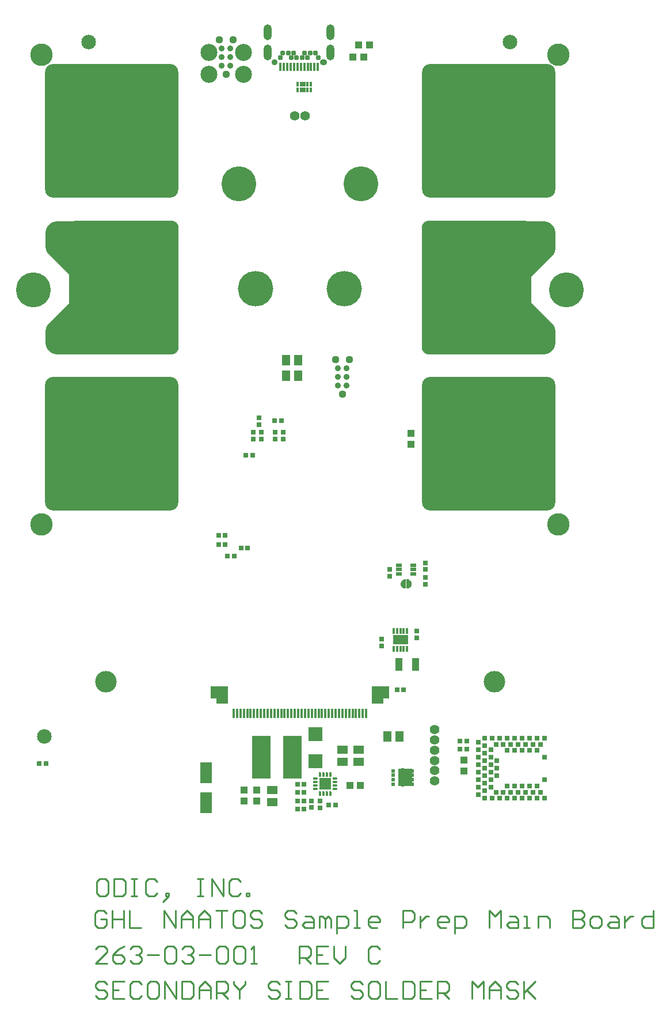
<source format=gbs>
G04*
G04 #@! TF.GenerationSoftware,Altium Limited,Altium Designer,24.9.1 (31)*
G04*
G04 Layer_Color=16711935*
%FSLAX44Y44*%
%MOMM*%
G71*
G04*
G04 #@! TF.SameCoordinates,1259BD5C-C6F3-40BD-8840-5C3A0C5864AA*
G04*
G04*
G04 #@! TF.FilePolarity,Negative*
G04*
G01*
G75*
%ADD17C,0.2540*%
%ADD73C,0.9144*%
%ADD74R,0.7270X0.7270*%
%ADD78R,1.1270X1.0770*%
%ADD79R,0.7270X0.7270*%
%ADD95R,1.2770X1.5770*%
%ADD98R,1.0770X1.1270*%
%ADD116R,1.1270X1.9270*%
%ADD117R,1.1270X1.0270*%
%ADD118R,1.7270X3.1270*%
%ADD121R,0.6270X0.4770*%
%ADD134C,2.1430*%
%ADD135C,1.1176*%
%ADD136C,2.5019*%
%ADD137C,5.1270*%
%ADD138C,1.3970*%
%ADD139C,0.8770*%
%ADD140O,1.0770X0.8770*%
%ADD141C,0.7770*%
%ADD142O,1.2270X2.3270*%
%ADD143C,3.3020*%
%ADD144C,5.2070*%
%ADD145C,3.1750*%
%ADD192C,3.5000*%
%ADD193R,0.9596X0.4818*%
G04:AMPARAMS|DCode=194|XSize=19.627mm|YSize=19.627mm|CornerRadius=1.2335mm|HoleSize=0mm|Usage=FLASHONLY|Rotation=180.000|XOffset=0mm|YOffset=0mm|HoleType=Round|Shape=RoundedRectangle|*
%AMROUNDEDRECTD194*
21,1,19.6270,17.1600,0,0,180.0*
21,1,17.1600,19.6270,0,0,180.0*
1,1,2.4670,-8.5800,8.5800*
1,1,2.4670,8.5800,8.5800*
1,1,2.4670,8.5800,-8.5800*
1,1,2.4670,-8.5800,-8.5800*
%
%ADD194ROUNDEDRECTD194*%
G04:AMPARAMS|DCode=195|XSize=16.127mm|YSize=19.627mm|CornerRadius=1.0235mm|HoleSize=0mm|Usage=FLASHONLY|Rotation=180.000|XOffset=0mm|YOffset=0mm|HoleType=Round|Shape=RoundedRectangle|*
%AMROUNDEDRECTD195*
21,1,16.1270,17.5800,0,0,180.0*
21,1,14.0800,19.6270,0,0,180.0*
1,1,2.0470,-7.0400,8.7900*
1,1,2.0470,7.0400,8.7900*
1,1,2.0470,7.0400,-8.7900*
1,1,2.0470,-7.0400,-8.7900*
%
%ADD195ROUNDEDRECTD195*%
%ADD196R,1.5770X1.2770*%
%ADD197R,0.3270X0.6770*%
%ADD198R,0.5270X0.6770*%
%ADD199R,2.1336X2.1336*%
%ADD200R,1.7270X2.5270*%
%ADD201R,0.4270X1.3270*%
%ADD202R,0.4270X1.2270*%
%ADD203R,2.8270X6.3270*%
%ADD204R,0.6350X0.6350*%
%ADD205R,0.6350X0.6350*%
%ADD206R,2.3270X1.4270*%
%ADD207R,0.3810X0.8382*%
G04:AMPARAMS|DCode=208|XSize=0.727mm|YSize=0.367mm|CornerRadius=0.1235mm|HoleSize=0mm|Usage=FLASHONLY|Rotation=180.000|XOffset=0mm|YOffset=0mm|HoleType=Round|Shape=RoundedRectangle|*
%AMROUNDEDRECTD208*
21,1,0.7270,0.1200,0,0,180.0*
21,1,0.4800,0.3670,0,0,180.0*
1,1,0.2470,-0.2400,0.0600*
1,1,0.2470,0.2400,0.0600*
1,1,0.2470,0.2400,-0.0600*
1,1,0.2470,-0.2400,-0.0600*
%
%ADD208ROUNDEDRECTD208*%
G04:AMPARAMS|DCode=209|XSize=0.727mm|YSize=0.367mm|CornerRadius=0.1235mm|HoleSize=0mm|Usage=FLASHONLY|Rotation=90.000|XOffset=0mm|YOffset=0mm|HoleType=Round|Shape=RoundedRectangle|*
%AMROUNDEDRECTD209*
21,1,0.7270,0.1200,0,0,90.0*
21,1,0.4800,0.3670,0,0,90.0*
1,1,0.2470,0.0600,0.2400*
1,1,0.2470,0.0600,-0.2400*
1,1,0.2470,-0.0600,-0.2400*
1,1,0.2470,-0.0600,0.2400*
%
%ADD209ROUNDEDRECTD209*%
%ADD210R,1.7870X1.7870*%
G36*
X441084Y150979D02*
X441181Y150956D01*
X441273Y150918D01*
X441358Y150865D01*
X441434Y150800D01*
X441499Y150724D01*
X441552Y150639D01*
X441590Y150547D01*
X441613Y150450D01*
X441621Y150350D01*
Y150350D01*
D01*
X441621Y137650D01*
X441613Y137550D01*
X441590Y137453D01*
X441552Y137361D01*
X441499Y137276D01*
X441434Y137200D01*
X441358Y137135D01*
X441273Y137083D01*
X441181Y137044D01*
X441084Y137021D01*
X440984Y137013D01*
X440568D01*
X440526Y137016D01*
X440485Y137018D01*
X439659Y137127D01*
X439619Y137136D01*
X439578Y137143D01*
X438774Y137359D01*
X438735Y137373D01*
X438695Y137386D01*
X437926Y137704D01*
X437888Y137723D01*
X437851Y137741D01*
X437130Y138157D01*
X437096Y138181D01*
X437061Y138203D01*
X436400Y138710D01*
X436370Y138738D01*
X436338Y138765D01*
X435749Y139354D01*
X435722Y139385D01*
X435694Y139416D01*
X435187Y140077D01*
X435164Y140112D01*
X435141Y140146D01*
X434725Y140867D01*
X434707Y140905D01*
X434688Y140942D01*
X434370Y141711D01*
X434357Y141750D01*
X434343Y141790D01*
X434127Y142594D01*
X434120Y142635D01*
X434111Y142675D01*
X434002Y143501D01*
X434000Y143542D01*
X433997Y143584D01*
Y144000D01*
Y144416D01*
X434000Y144458D01*
X434002Y144499D01*
X434111Y145325D01*
X434120Y145365D01*
X434128Y145406D01*
X434343Y146210D01*
X434357Y146250D01*
X434370Y146289D01*
X434688Y147058D01*
X434707Y147096D01*
X434725Y147133D01*
X435141Y147854D01*
X435165Y147888D01*
X435187Y147923D01*
X435694Y148583D01*
X435722Y148615D01*
X435749Y148646D01*
X436338Y149235D01*
X436370Y149262D01*
X436400Y149290D01*
X437061Y149796D01*
X437096Y149819D01*
X437130Y149843D01*
X437851Y150259D01*
X437889Y150277D01*
X437926Y150296D01*
X438695Y150614D01*
X438734Y150627D01*
X438774Y150641D01*
X439578Y150857D01*
X439618Y150864D01*
X439659Y150873D01*
X440485Y150982D01*
X440526Y150984D01*
X440568Y150987D01*
X440984D01*
X440984Y150987D01*
X441084Y150979D01*
D02*
G37*
G36*
X443474Y150984D02*
X443515Y150982D01*
X444341Y150873D01*
X444381Y150864D01*
X444422Y150857D01*
X445226Y150641D01*
X445265Y150627D01*
X445305Y150614D01*
X446074Y150296D01*
X446112Y150277D01*
X446149Y150259D01*
X446870Y149843D01*
X446904Y149819D01*
X446939Y149796D01*
X447600Y149290D01*
X447631Y149262D01*
X447662Y149235D01*
X448251Y148646D01*
X448278Y148615D01*
X448306Y148583D01*
X448812Y147923D01*
X448835Y147888D01*
X448859Y147854D01*
X449275Y147133D01*
X449293Y147095D01*
X449312Y147058D01*
X449630Y146289D01*
X449643Y146250D01*
X449657Y146210D01*
X449873Y145406D01*
X449880Y145365D01*
X449889Y145325D01*
X449997Y144499D01*
X450000Y144458D01*
X450003Y144416D01*
Y144000D01*
Y143584D01*
X450000Y143542D01*
X449997Y143501D01*
X449889Y142675D01*
X449880Y142635D01*
X449873Y142594D01*
X449657Y141790D01*
X449643Y141750D01*
X449630Y141711D01*
X449312Y140942D01*
X449293Y140904D01*
X449275Y140867D01*
X448859Y140146D01*
X448835Y140112D01*
X448812Y140077D01*
X448306Y139416D01*
X448278Y139385D01*
X448251Y139354D01*
X447662Y138765D01*
X447631Y138738D01*
X447600Y138710D01*
X446939Y138203D01*
X446904Y138181D01*
X446870Y138157D01*
X446149Y137741D01*
X446111Y137723D01*
X446074Y137704D01*
X445305Y137386D01*
X445266Y137373D01*
X445226Y137359D01*
X444422Y137143D01*
X444381Y137136D01*
X444341Y137127D01*
X443515Y137018D01*
X443474Y137016D01*
X443432Y137013D01*
X443016D01*
X443016Y137013D01*
X442916Y137021D01*
X442819Y137044D01*
X442727Y137083D01*
X442642Y137135D01*
X442566Y137200D01*
X442501Y137276D01*
X442449Y137361D01*
X442410Y137453D01*
X442387Y137550D01*
X442379Y137650D01*
Y137650D01*
D01*
X442379Y150350D01*
X442387Y150450D01*
X442410Y150547D01*
X442449Y150639D01*
X442501Y150724D01*
X442566Y150800D01*
X442642Y150865D01*
X442727Y150918D01*
X442819Y150956D01*
X442916Y150979D01*
X443016Y150987D01*
X443432D01*
X443474Y150984D01*
D02*
G37*
G36*
X417245Y-24484D02*
X408245D01*
Y-6484D01*
X417245D01*
Y-24484D01*
D02*
G37*
G36*
X163246D02*
X154245D01*
Y-6484D01*
X163246D01*
Y-24484D01*
D02*
G37*
G36*
X439255Y-127786D02*
X451005D01*
Y-153286D01*
X439255D01*
Y-154036D01*
X434755D01*
Y-153286D01*
X430255D01*
Y-127786D01*
X434755D01*
Y-127036D01*
X439255D01*
Y-127786D01*
D02*
G37*
D17*
X1747Y-444484D02*
X-2485Y-440253D01*
X-10948D01*
X-15180Y-444484D01*
Y-448717D01*
X-10948Y-452948D01*
X-2485D01*
X1747Y-457180D01*
Y-461412D01*
X-2485Y-465644D01*
X-10948D01*
X-15180Y-461412D01*
X27139Y-440253D02*
X10211D01*
Y-465644D01*
X27139D01*
X10211Y-452948D02*
X18675D01*
X52531Y-444484D02*
X48299Y-440253D01*
X39835D01*
X35603Y-444484D01*
Y-461412D01*
X39835Y-465644D01*
X48299D01*
X52531Y-461412D01*
X73691Y-440253D02*
X65227D01*
X60995Y-444484D01*
Y-461412D01*
X65227Y-465644D01*
X73691D01*
X77923Y-461412D01*
Y-444484D01*
X73691Y-440253D01*
X86387Y-465644D02*
Y-440253D01*
X103315Y-465644D01*
Y-440253D01*
X111778D02*
Y-465644D01*
X124474D01*
X128706Y-461412D01*
Y-444484D01*
X124474Y-440253D01*
X111778D01*
X137170Y-465644D02*
Y-448717D01*
X145634Y-440253D01*
X154098Y-448717D01*
Y-465644D01*
Y-452948D01*
X137170D01*
X162562Y-465644D02*
Y-440253D01*
X175258D01*
X179490Y-444484D01*
Y-452948D01*
X175258Y-457180D01*
X162562D01*
X171026D02*
X179490Y-465644D01*
X187954Y-440253D02*
Y-444484D01*
X196418Y-452948D01*
X204882Y-444484D01*
Y-440253D01*
X196418Y-452948D02*
Y-465644D01*
X255665Y-444484D02*
X251433Y-440253D01*
X242969D01*
X238738Y-444484D01*
Y-448717D01*
X242969Y-452948D01*
X251433D01*
X255665Y-457180D01*
Y-461412D01*
X251433Y-465644D01*
X242969D01*
X238738Y-461412D01*
X264129Y-440253D02*
X272593D01*
X268361D01*
Y-465644D01*
X264129D01*
X272593D01*
X285289Y-440253D02*
Y-465644D01*
X297985D01*
X302217Y-461412D01*
Y-444484D01*
X297985Y-440253D01*
X285289D01*
X327609D02*
X310681D01*
Y-465644D01*
X327609D01*
X310681Y-452948D02*
X319145D01*
X378392Y-444484D02*
X374160Y-440253D01*
X365696D01*
X361465Y-444484D01*
Y-448717D01*
X365696Y-452948D01*
X374160D01*
X378392Y-457180D01*
Y-461412D01*
X374160Y-465644D01*
X365696D01*
X361465Y-461412D01*
X399552Y-440253D02*
X391088D01*
X386856Y-444484D01*
Y-461412D01*
X391088Y-465644D01*
X399552D01*
X403784Y-461412D01*
Y-444484D01*
X399552Y-440253D01*
X412248D02*
Y-465644D01*
X429176D01*
X437640Y-440253D02*
Y-465644D01*
X450336D01*
X454568Y-461412D01*
Y-444484D01*
X450336Y-440253D01*
X437640D01*
X479959D02*
X463032D01*
Y-465644D01*
X479959D01*
X463032Y-452948D02*
X471496D01*
X488424Y-465644D02*
Y-440253D01*
X501119D01*
X505351Y-444484D01*
Y-452948D01*
X501119Y-457180D01*
X488424D01*
X496887D02*
X505351Y-465644D01*
X539207D02*
Y-440253D01*
X547671Y-448717D01*
X556135Y-440253D01*
Y-465644D01*
X564599D02*
Y-448717D01*
X573063Y-440253D01*
X581527Y-448717D01*
Y-465644D01*
Y-452948D01*
X564599D01*
X606918Y-444484D02*
X602687Y-440253D01*
X594223D01*
X589991Y-444484D01*
Y-448717D01*
X594223Y-452948D01*
X602687D01*
X606918Y-457180D01*
Y-461412D01*
X602687Y-465644D01*
X594223D01*
X589991Y-461412D01*
X615382Y-440253D02*
Y-465644D01*
Y-457180D01*
X632310Y-440253D01*
X619614Y-452948D01*
X632310Y-465644D01*
X-145Y-288975D02*
X-8608D01*
X-12840Y-293207D01*
Y-310134D01*
X-8608Y-314366D01*
X-145D01*
X4087Y-310134D01*
Y-293207D01*
X-145Y-288975D01*
X12551D02*
Y-314366D01*
X25247D01*
X29479Y-310134D01*
Y-293207D01*
X25247Y-288975D01*
X12551D01*
X37943D02*
X46407D01*
X42175D01*
Y-314366D01*
X37943D01*
X46407D01*
X76031Y-293207D02*
X71799Y-288975D01*
X63335D01*
X59103Y-293207D01*
Y-310134D01*
X63335Y-314366D01*
X71799D01*
X76031Y-310134D01*
X88727Y-318598D02*
X92959Y-314366D01*
Y-310134D01*
X88727D01*
Y-314366D01*
X92959D01*
X88727Y-318598D01*
X84495Y-322830D01*
X135278Y-288975D02*
X143742D01*
X139510D01*
Y-314366D01*
X135278D01*
X143742D01*
X156438D02*
Y-288975D01*
X173366Y-314366D01*
Y-288975D01*
X198758Y-293207D02*
X194526Y-288975D01*
X186062D01*
X181830Y-293207D01*
Y-310134D01*
X186062Y-314366D01*
X194526D01*
X198758Y-310134D01*
X207222Y-314366D02*
Y-310134D01*
X211454D01*
Y-314366D01*
X207222D01*
X1341Y-340332D02*
X-2891Y-336100D01*
X-11355D01*
X-15587Y-340332D01*
Y-357260D01*
X-11355Y-361492D01*
X-2891D01*
X1341Y-357260D01*
Y-348796D01*
X-7123D01*
X9805Y-336100D02*
Y-361492D01*
Y-348796D01*
X26733D01*
Y-336100D01*
Y-361492D01*
X35197Y-336100D02*
Y-361492D01*
X52125D01*
X85980D02*
Y-336100D01*
X102908Y-361492D01*
Y-336100D01*
X111372Y-361492D02*
Y-344564D01*
X119836Y-336100D01*
X128300Y-344564D01*
Y-361492D01*
Y-348796D01*
X111372D01*
X136764Y-361492D02*
Y-344564D01*
X145228Y-336100D01*
X153692Y-344564D01*
Y-361492D01*
Y-348796D01*
X136764D01*
X162156Y-336100D02*
X179083D01*
X170620D01*
Y-361492D01*
X200243Y-336100D02*
X191779D01*
X187547Y-340332D01*
Y-357260D01*
X191779Y-361492D01*
X200243D01*
X204475Y-357260D01*
Y-340332D01*
X200243Y-336100D01*
X229867Y-340332D02*
X225635Y-336100D01*
X217171D01*
X212939Y-340332D01*
Y-344564D01*
X217171Y-348796D01*
X225635D01*
X229867Y-353028D01*
Y-357260D01*
X225635Y-361492D01*
X217171D01*
X212939Y-357260D01*
X280651Y-340332D02*
X276419Y-336100D01*
X267955D01*
X263723Y-340332D01*
Y-344564D01*
X267955Y-348796D01*
X276419D01*
X280651Y-353028D01*
Y-357260D01*
X276419Y-361492D01*
X267955D01*
X263723Y-357260D01*
X293347Y-344564D02*
X301810D01*
X306042Y-348796D01*
Y-361492D01*
X293347D01*
X289115Y-357260D01*
X293347Y-353028D01*
X306042D01*
X314506Y-361492D02*
Y-344564D01*
X318738D01*
X322970Y-348796D01*
Y-361492D01*
Y-348796D01*
X327202Y-344564D01*
X331434Y-348796D01*
Y-361492D01*
X339898Y-369956D02*
Y-344564D01*
X352594D01*
X356826Y-348796D01*
Y-357260D01*
X352594Y-361492D01*
X339898D01*
X365290D02*
X373754D01*
X369522D01*
Y-336100D01*
X365290D01*
X399146Y-361492D02*
X390682D01*
X386450Y-357260D01*
Y-348796D01*
X390682Y-344564D01*
X399146D01*
X403378Y-348796D01*
Y-353028D01*
X386450D01*
X437233Y-361492D02*
Y-336100D01*
X449929D01*
X454161Y-340332D01*
Y-348796D01*
X449929Y-353028D01*
X437233D01*
X462625Y-344564D02*
Y-361492D01*
Y-353028D01*
X466857Y-348796D01*
X471089Y-344564D01*
X475321D01*
X500713Y-361492D02*
X492249D01*
X488017Y-357260D01*
Y-348796D01*
X492249Y-344564D01*
X500713D01*
X504945Y-348796D01*
Y-353028D01*
X488017D01*
X513409Y-369956D02*
Y-344564D01*
X526105D01*
X530337Y-348796D01*
Y-357260D01*
X526105Y-361492D01*
X513409D01*
X564192D02*
Y-336100D01*
X572656Y-344564D01*
X581120Y-336100D01*
Y-361492D01*
X593816Y-344564D02*
X602280D01*
X606512Y-348796D01*
Y-361492D01*
X593816D01*
X589584Y-357260D01*
X593816Y-353028D01*
X606512D01*
X614976Y-361492D02*
X623440D01*
X619208D01*
Y-344564D01*
X614976D01*
X636136Y-361492D02*
Y-344564D01*
X648832D01*
X653064Y-348796D01*
Y-361492D01*
X686919Y-336100D02*
Y-361492D01*
X699615D01*
X703847Y-357260D01*
Y-353028D01*
X699615Y-348796D01*
X686919D01*
X699615D01*
X703847Y-344564D01*
Y-340332D01*
X699615Y-336100D01*
X686919D01*
X716543Y-361492D02*
X725007D01*
X729239Y-357260D01*
Y-348796D01*
X725007Y-344564D01*
X716543D01*
X712311Y-348796D01*
Y-357260D01*
X716543Y-361492D01*
X741935Y-344564D02*
X750399D01*
X754631Y-348796D01*
Y-361492D01*
X741935D01*
X737703Y-357260D01*
X741935Y-353028D01*
X754631D01*
X763095Y-344564D02*
Y-361492D01*
Y-353028D01*
X767327Y-348796D01*
X771559Y-344564D01*
X775791D01*
X805414Y-336100D02*
Y-361492D01*
X792719D01*
X788486Y-357260D01*
Y-348796D01*
X792719Y-344564D01*
X805414D01*
X1727Y-413574D02*
X-15201D01*
X1727Y-396646D01*
Y-392415D01*
X-2505Y-388183D01*
X-10969D01*
X-15201Y-392415D01*
X27119Y-388183D02*
X18655Y-392415D01*
X10191Y-400878D01*
Y-409342D01*
X14423Y-413574D01*
X22887D01*
X27119Y-409342D01*
Y-405110D01*
X22887Y-400878D01*
X10191D01*
X35583Y-392415D02*
X39815Y-388183D01*
X48279D01*
X52511Y-392415D01*
Y-396646D01*
X48279Y-400878D01*
X44047D01*
X48279D01*
X52511Y-405110D01*
Y-409342D01*
X48279Y-413574D01*
X39815D01*
X35583Y-409342D01*
X60975Y-400878D02*
X77903D01*
X86367Y-392415D02*
X90599Y-388183D01*
X99063D01*
X103295Y-392415D01*
Y-409342D01*
X99063Y-413574D01*
X90599D01*
X86367Y-409342D01*
Y-392415D01*
X111758D02*
X115990Y-388183D01*
X124454D01*
X128686Y-392415D01*
Y-396646D01*
X124454Y-400878D01*
X120222D01*
X124454D01*
X128686Y-405110D01*
Y-409342D01*
X124454Y-413574D01*
X115990D01*
X111758Y-409342D01*
X137150Y-400878D02*
X154078D01*
X162542Y-392415D02*
X166774Y-388183D01*
X175238D01*
X179470Y-392415D01*
Y-409342D01*
X175238Y-413574D01*
X166774D01*
X162542Y-409342D01*
Y-392415D01*
X187934D02*
X192166Y-388183D01*
X200630D01*
X204862Y-392415D01*
Y-409342D01*
X200630Y-413574D01*
X192166D01*
X187934Y-409342D01*
Y-392415D01*
X213326Y-413574D02*
X221790D01*
X217558D01*
Y-388183D01*
X213326Y-392415D01*
X285269Y-413574D02*
Y-388183D01*
X297965D01*
X302197Y-392415D01*
Y-400878D01*
X297965Y-405110D01*
X285269D01*
X293733D02*
X302197Y-413574D01*
X327589Y-388183D02*
X310661D01*
Y-413574D01*
X327589D01*
X310661Y-400878D02*
X319125D01*
X336053Y-388183D02*
Y-405110D01*
X344517Y-413574D01*
X352980Y-405110D01*
Y-388183D01*
X403764Y-392415D02*
X399532Y-388183D01*
X391068D01*
X386836Y-392415D01*
Y-409342D01*
X391068Y-413574D01*
X399532D01*
X403764Y-409342D01*
D73*
X183350Y918000D02*
D03*
X170650D02*
D03*
X183350Y930700D02*
D03*
X170650D02*
D03*
X183350Y905300D02*
D03*
X170650D02*
D03*
X354350Y448000D02*
D03*
X341650D02*
D03*
X354350Y460700D02*
D03*
X341650D02*
D03*
X354350Y435300D02*
D03*
X341650D02*
D03*
D74*
X470000Y153000D02*
D03*
Y143000D02*
D03*
Y175000D02*
D03*
Y165000D02*
D03*
X418000D02*
D03*
Y155000D02*
D03*
X406000Y63000D02*
D03*
Y53000D02*
D03*
X457464Y64700D02*
D03*
Y74700D02*
D03*
X225225Y387950D02*
D03*
Y377950D02*
D03*
X315000Y-185000D02*
D03*
Y-175000D02*
D03*
X302950Y-184805D02*
D03*
Y-174805D02*
D03*
X261225Y366950D02*
D03*
Y356950D02*
D03*
X229225Y366950D02*
D03*
Y356950D02*
D03*
X217225Y366950D02*
D03*
Y356950D02*
D03*
X249225D02*
D03*
Y366950D02*
D03*
D78*
X527000Y-131000D02*
D03*
Y-115000D02*
D03*
X221950Y-174805D02*
D03*
Y-158805D02*
D03*
X204000Y-175000D02*
D03*
Y-159000D02*
D03*
D79*
X206000Y333000D02*
D03*
X216000D02*
D03*
X-88000Y-120000D02*
D03*
X-98000D02*
D03*
X248225Y383950D02*
D03*
X258225D02*
D03*
X179000Y185000D02*
D03*
X189000D02*
D03*
X209000Y197000D02*
D03*
X199000D02*
D03*
X281950Y-162805D02*
D03*
X291950D02*
D03*
X428465Y-12070D02*
D03*
X438465D02*
D03*
X291950Y-186805D02*
D03*
X281950D02*
D03*
Y-174805D02*
D03*
X291950D02*
D03*
X281950Y-150805D02*
D03*
X291950D02*
D03*
X166000Y202000D02*
D03*
X176000D02*
D03*
Y215000D02*
D03*
X166000D02*
D03*
X521000Y-87000D02*
D03*
X531000D02*
D03*
X521000Y-99000D02*
D03*
X531000D02*
D03*
X338000Y-181000D02*
D03*
X328000D02*
D03*
D95*
X414000Y-80000D02*
D03*
X432000D02*
D03*
X265225Y449950D02*
D03*
X283225D02*
D03*
X265225Y472950D02*
D03*
X283225D02*
D03*
D98*
X358951Y-151805D02*
D03*
X374950D02*
D03*
X371995Y935536D02*
D03*
X387995D02*
D03*
X379308Y918223D02*
D03*
X363308D02*
D03*
D116*
X455964Y25700D02*
D03*
X430964D02*
D03*
D117*
X449000Y365000D02*
D03*
Y349000D02*
D03*
D118*
X148000Y-134000D02*
D03*
Y-178000D02*
D03*
D121*
X423005Y-150286D02*
D03*
Y-143786D02*
D03*
Y-137286D02*
D03*
Y-130786D02*
D03*
X451005D02*
D03*
Y-137286D02*
D03*
Y-143786D02*
D03*
Y-150286D02*
D03*
D134*
X595000Y940000D02*
D03*
X-25000D02*
D03*
X-90000Y-80000D02*
D03*
D135*
X177000Y892600D02*
D03*
X166840Y943400D02*
D03*
X187160D02*
D03*
X177000Y892600D02*
D03*
X187160Y943400D02*
D03*
X166840D02*
D03*
X348000Y422600D02*
D03*
X358160Y473400D02*
D03*
X337840D02*
D03*
D136*
X151600Y892600D02*
D03*
Y924350D02*
D03*
X202400Y892600D02*
D03*
Y924350D02*
D03*
Y892600D02*
D03*
Y924350D02*
D03*
X151600Y892600D02*
D03*
Y924350D02*
D03*
D137*
X-106300Y576300D02*
D03*
X677800D02*
D03*
X375750Y732000D02*
D03*
X195750D02*
D03*
D138*
X483700Y-145500D02*
D03*
Y-130500D02*
D03*
Y-115500D02*
D03*
Y-100500D02*
D03*
Y-85500D02*
D03*
Y-70500D02*
D03*
X293000Y831500D02*
D03*
X278000D02*
D03*
D139*
X248695Y910436D02*
D03*
D140*
X320695D02*
D03*
D141*
X312695Y916936D02*
D03*
X308695Y923936D02*
D03*
X300695D02*
D03*
X296695Y916936D02*
D03*
X292695Y923936D02*
D03*
X288695Y916936D02*
D03*
X280695D02*
D03*
X276695Y923936D02*
D03*
X272695Y916936D02*
D03*
X268695Y923936D02*
D03*
X260695D02*
D03*
X256695Y916936D02*
D03*
D142*
X238695Y924436D02*
D03*
X330695D02*
D03*
X238695Y954436D02*
D03*
X330695D02*
D03*
D143*
X-94500Y921300D02*
D03*
X666000D02*
D03*
X-94500Y231300D02*
D03*
X666000D02*
D03*
D144*
X350750Y577215D02*
D03*
X220750D02*
D03*
D145*
X571500Y0D02*
D03*
X0D02*
D03*
D192*
X643600Y638100D02*
Y658100D01*
X608700Y603200D02*
X643600Y638100D01*
X-71500Y499000D02*
Y515000D01*
X604700Y498900D02*
X643700D01*
X603600Y660100D02*
X643600D01*
X643700Y499300D02*
X643700Y499300D01*
Y514800D01*
X608700Y549800D02*
X643700Y514800D01*
X608700Y549800D02*
Y603200D01*
X-69000Y517000D02*
X-36500Y549500D01*
X-69000Y499000D02*
X10000D01*
X-36500Y549500D02*
Y605500D01*
X-71500Y640500D02*
X-36500Y605500D01*
X-71500Y640500D02*
Y660000D01*
X-71500Y660000D01*
X-21000D01*
D193*
X431614Y171500D02*
D03*
Y165000D02*
D03*
Y158500D02*
D03*
X452386D02*
D03*
Y165000D02*
D03*
Y171500D02*
D03*
D194*
X562995Y809536D02*
D03*
Y349536D02*
D03*
X8995Y809536D02*
D03*
Y349536D02*
D03*
D195*
X26495Y579536D02*
D03*
X545495D02*
D03*
D196*
X347951Y-117805D02*
D03*
Y-99805D02*
D03*
X371950D02*
D03*
Y-117805D02*
D03*
X244951Y-158805D02*
D03*
Y-176805D02*
D03*
D197*
X281995Y877936D02*
D03*
X286995D02*
D03*
X296995D02*
D03*
X301995D02*
D03*
Y869436D02*
D03*
X296995D02*
D03*
X286995D02*
D03*
X281995D02*
D03*
D198*
X291995Y877936D02*
D03*
Y869436D02*
D03*
D199*
X308951Y-76739D02*
D03*
Y-116871D02*
D03*
D200*
X400245Y-19468D02*
D03*
X171245D02*
D03*
D201*
X383246Y-46464D02*
D03*
X378246D02*
D03*
X373246D02*
D03*
X368246D02*
D03*
X363246D02*
D03*
X358246D02*
D03*
X353246D02*
D03*
X348246D02*
D03*
X343246D02*
D03*
X338246D02*
D03*
X333246D02*
D03*
X328246D02*
D03*
X323246D02*
D03*
X318246D02*
D03*
X313246D02*
D03*
X308246D02*
D03*
X303246D02*
D03*
X298246D02*
D03*
X293246D02*
D03*
X288246D02*
D03*
X283246D02*
D03*
X278246D02*
D03*
X273246D02*
D03*
X268246D02*
D03*
X263246D02*
D03*
X258246D02*
D03*
X253246D02*
D03*
X248246D02*
D03*
X243246D02*
D03*
X238246D02*
D03*
X233246D02*
D03*
X228246D02*
D03*
X223246D02*
D03*
X218246D02*
D03*
X213246D02*
D03*
X208246D02*
D03*
X203246D02*
D03*
X198246D02*
D03*
X193246D02*
D03*
X188246D02*
D03*
D202*
X257195Y903836D02*
D03*
X262195D02*
D03*
X267195D02*
D03*
X272195D02*
D03*
X277195D02*
D03*
X292195D02*
D03*
X297195D02*
D03*
X302195D02*
D03*
X307195D02*
D03*
X312195D02*
D03*
X287195D02*
D03*
X282195D02*
D03*
D203*
X274951Y-110805D02*
D03*
X228951D02*
D03*
D204*
X566500Y-121500D02*
D03*
Y-132500D02*
D03*
Y-143500D02*
D03*
X557500Y-116000D02*
D03*
Y-127000D02*
D03*
Y-138000D02*
D03*
X566500Y-99500D02*
D03*
Y-110500D02*
D03*
X575500Y-116000D02*
D03*
Y-127000D02*
D03*
X557500Y-94000D02*
D03*
Y-105000D02*
D03*
Y-149000D02*
D03*
Y-160000D02*
D03*
X575500Y-138000D02*
D03*
X566500Y-154500D02*
D03*
X548500Y-88500D02*
D03*
Y-99500D02*
D03*
Y-110500D02*
D03*
Y-121500D02*
D03*
Y-132500D02*
D03*
Y-143500D02*
D03*
Y-154500D02*
D03*
Y-165500D02*
D03*
D205*
X645500Y-110500D02*
D03*
Y-143500D02*
D03*
X590500Y-153000D02*
D03*
X601500D02*
D03*
X612500D02*
D03*
X623500D02*
D03*
X634500D02*
D03*
X574000Y-162000D02*
D03*
X585000D02*
D03*
X596000D02*
D03*
X607000D02*
D03*
X618000D02*
D03*
X629000D02*
D03*
X640000D02*
D03*
X634500Y-101000D02*
D03*
X623500D02*
D03*
X612500D02*
D03*
X601500D02*
D03*
X590500D02*
D03*
X640000Y-92000D02*
D03*
X629000D02*
D03*
X618000D02*
D03*
X607000D02*
D03*
X596000D02*
D03*
X585000D02*
D03*
X574000D02*
D03*
X645500Y-83000D02*
D03*
X634500D02*
D03*
X623500D02*
D03*
X612500D02*
D03*
X601500D02*
D03*
X590500D02*
D03*
X579500D02*
D03*
X568500D02*
D03*
X557500D02*
D03*
Y-171000D02*
D03*
X568500D02*
D03*
X579500D02*
D03*
X590500D02*
D03*
X601500D02*
D03*
X612500D02*
D03*
X623500D02*
D03*
X634500D02*
D03*
X645500D02*
D03*
D206*
X433464Y61746D02*
D03*
D207*
X443464Y74700D02*
D03*
X438464D02*
D03*
X433464D02*
D03*
X428464D02*
D03*
X423464D02*
D03*
X428464Y48792D02*
D03*
X433464D02*
D03*
X438464D02*
D03*
X443464D02*
D03*
X423464D02*
D03*
D208*
X336950Y-142305D02*
D03*
Y-147305D02*
D03*
Y-152305D02*
D03*
Y-157305D02*
D03*
X308951D02*
D03*
Y-152305D02*
D03*
Y-147305D02*
D03*
Y-142305D02*
D03*
D209*
X330451Y-163805D02*
D03*
X325451D02*
D03*
X320451D02*
D03*
X315450D02*
D03*
Y-135805D02*
D03*
X320451D02*
D03*
X325451D02*
D03*
X330451D02*
D03*
D210*
X322951Y-149805D02*
D03*
M02*

</source>
